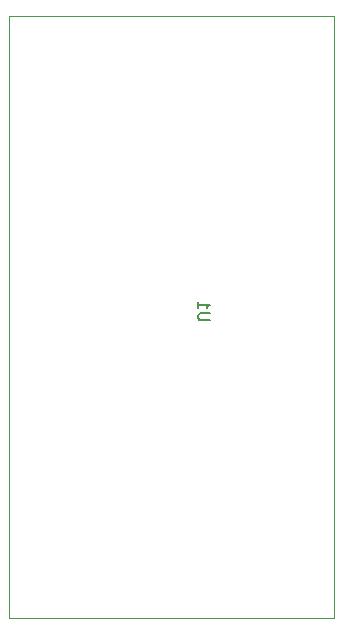
<source format=gbr>
%TF.GenerationSoftware,KiCad,Pcbnew,7.0.2-0*%
%TF.CreationDate,2024-01-24T17:58:37-05:00*%
%TF.ProjectId,Pi_HAT_V4_Simple,50695f48-4154-45f5-9634-5f53696d706c,rev?*%
%TF.SameCoordinates,Original*%
%TF.FileFunction,Legend,Bot*%
%TF.FilePolarity,Positive*%
%FSLAX46Y46*%
G04 Gerber Fmt 4.6, Leading zero omitted, Abs format (unit mm)*
G04 Created by KiCad (PCBNEW 7.0.2-0) date 2024-01-24 17:58:37*
%MOMM*%
%LPD*%
G01*
G04 APERTURE LIST*
%ADD10C,0.150000*%
%ADD11C,0.120000*%
G04 APERTURE END LIST*
D10*
%TO.C,U1*%
X136180980Y-110434504D02*
X135371457Y-110434504D01*
X135371457Y-110434504D02*
X135276219Y-110386885D01*
X135276219Y-110386885D02*
X135228600Y-110339266D01*
X135228600Y-110339266D02*
X135180980Y-110244028D01*
X135180980Y-110244028D02*
X135180980Y-110053552D01*
X135180980Y-110053552D02*
X135228600Y-109958314D01*
X135228600Y-109958314D02*
X135276219Y-109910695D01*
X135276219Y-109910695D02*
X135371457Y-109863076D01*
X135371457Y-109863076D02*
X136180980Y-109863076D01*
X135180980Y-108863076D02*
X135180980Y-109434504D01*
X135180980Y-109148790D02*
X136180980Y-109148790D01*
X136180980Y-109148790D02*
X136038123Y-109244028D01*
X136038123Y-109244028D02*
X135942885Y-109339266D01*
X135942885Y-109339266D02*
X135895266Y-109434504D01*
D11*
X146643600Y-135672600D02*
X119143600Y-135672600D01*
X119143600Y-135672600D02*
X119143600Y-84672600D01*
X119143600Y-84672600D02*
X146643600Y-84672600D01*
X146643600Y-84672600D02*
X146643600Y-135672600D01*
%TD*%
M02*

</source>
